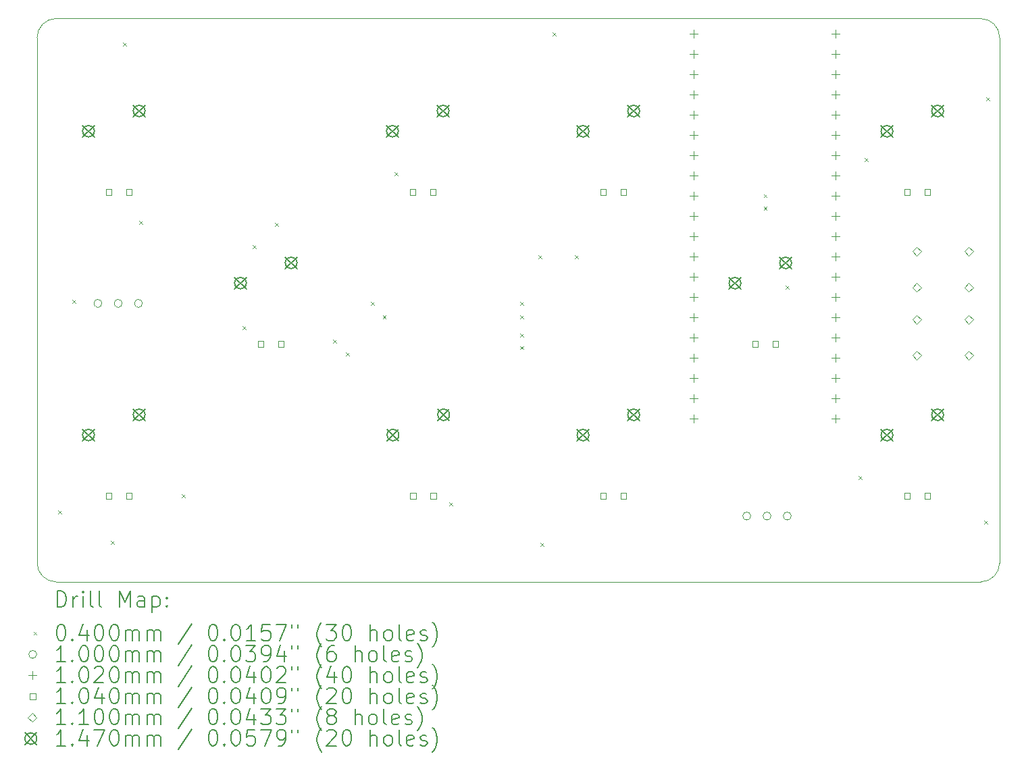
<source format=gbr>
%TF.GenerationSoftware,KiCad,Pcbnew,(6.0.8)*%
%TF.CreationDate,2022-10-26T23:54:40-06:00*%
%TF.ProjectId,pcb,7063622e-6b69-4636-9164-5f7063625858,rev?*%
%TF.SameCoordinates,Original*%
%TF.FileFunction,Drillmap*%
%TF.FilePolarity,Positive*%
%FSLAX45Y45*%
G04 Gerber Fmt 4.5, Leading zero omitted, Abs format (unit mm)*
G04 Created by KiCad (PCBNEW (6.0.8)) date 2022-10-26 23:54:40*
%MOMM*%
%LPD*%
G01*
G04 APERTURE LIST*
%ADD10C,0.100000*%
%ADD11C,0.200000*%
%ADD12C,0.040000*%
%ADD13C,0.102000*%
%ADD14C,0.104000*%
%ADD15C,0.110000*%
%ADD16C,0.147000*%
G04 APERTURE END LIST*
D10*
X8413750Y-5953125D02*
X20002500Y-5953125D01*
X8175625Y-12779375D02*
X8175625Y-6191250D01*
X8413750Y-5953125D02*
G75*
G03*
X8175625Y-6191250I0J-238125D01*
G01*
X20240625Y-6191250D02*
G75*
G03*
X20002500Y-5953125I-238125J0D01*
G01*
X20002500Y-13017500D02*
X8413750Y-13017500D01*
X8175620Y-12779375D02*
G75*
G03*
X8413750Y-13017500I238130J5D01*
G01*
X20240625Y-6191250D02*
X20240625Y-12779375D01*
X20002500Y-13017495D02*
G75*
G03*
X20240625Y-12779375I0J238125D01*
G01*
D11*
D12*
X8438200Y-12121200D02*
X8478200Y-12161200D01*
X8478200Y-12121200D02*
X8438200Y-12161200D01*
X8616000Y-9479600D02*
X8656000Y-9519600D01*
X8656000Y-9479600D02*
X8616000Y-9519600D01*
X9098600Y-12502200D02*
X9138600Y-12542200D01*
X9138600Y-12502200D02*
X9098600Y-12542200D01*
X9251000Y-6253800D02*
X9291000Y-6293800D01*
X9291000Y-6253800D02*
X9251000Y-6293800D01*
X9454200Y-8489000D02*
X9494200Y-8529000D01*
X9494200Y-8489000D02*
X9454200Y-8529000D01*
X9987600Y-11918000D02*
X10027600Y-11958000D01*
X10027600Y-11918000D02*
X9987600Y-11958000D01*
X10749600Y-9809800D02*
X10789600Y-9849800D01*
X10789600Y-9809800D02*
X10749600Y-9849800D01*
X10876600Y-8793800D02*
X10916600Y-8833800D01*
X10916600Y-8793800D02*
X10876600Y-8833800D01*
X11156000Y-8514400D02*
X11196000Y-8554400D01*
X11196000Y-8514400D02*
X11156000Y-8554400D01*
X11886250Y-9981250D02*
X11926250Y-10021250D01*
X11926250Y-9981250D02*
X11886250Y-10021250D01*
X12045000Y-10140000D02*
X12085000Y-10180000D01*
X12085000Y-10140000D02*
X12045000Y-10180000D01*
X12362500Y-9505000D02*
X12402500Y-9545000D01*
X12402500Y-9505000D02*
X12362500Y-9545000D01*
X12508700Y-9676300D02*
X12548700Y-9716300D01*
X12548700Y-9676300D02*
X12508700Y-9716300D01*
X12654600Y-7879400D02*
X12694600Y-7919400D01*
X12694600Y-7879400D02*
X12654600Y-7919400D01*
X13340400Y-12019600D02*
X13380400Y-12059600D01*
X13380400Y-12019600D02*
X13340400Y-12059600D01*
X14229400Y-9505000D02*
X14269400Y-9545000D01*
X14269400Y-9505000D02*
X14229400Y-9545000D01*
X14229400Y-9676300D02*
X14269400Y-9716300D01*
X14269400Y-9676300D02*
X14229400Y-9716300D01*
X14229400Y-9901875D02*
X14269400Y-9941875D01*
X14269400Y-9901875D02*
X14229400Y-9941875D01*
X14229400Y-10060625D02*
X14269400Y-10100625D01*
X14269400Y-10060625D02*
X14229400Y-10100625D01*
X14458000Y-8920800D02*
X14498000Y-8960800D01*
X14498000Y-8920800D02*
X14458000Y-8960800D01*
X14483400Y-12527600D02*
X14523400Y-12567600D01*
X14523400Y-12527600D02*
X14483400Y-12567600D01*
X14635800Y-6126800D02*
X14675800Y-6166800D01*
X14675800Y-6126800D02*
X14635800Y-6166800D01*
X14915200Y-8920800D02*
X14955200Y-8960800D01*
X14955200Y-8920800D02*
X14915200Y-8960800D01*
X17283750Y-8155625D02*
X17323750Y-8195625D01*
X17323750Y-8155625D02*
X17283750Y-8195625D01*
X17283750Y-8314375D02*
X17323750Y-8354375D01*
X17323750Y-8314375D02*
X17283750Y-8354375D01*
X17561300Y-9301800D02*
X17601300Y-9341800D01*
X17601300Y-9301800D02*
X17561300Y-9341800D01*
X18471200Y-11689400D02*
X18511200Y-11729400D01*
X18511200Y-11689400D02*
X18471200Y-11729400D01*
X18547400Y-7701600D02*
X18587400Y-7741600D01*
X18587400Y-7701600D02*
X18547400Y-7741600D01*
X20046000Y-12248200D02*
X20086000Y-12288200D01*
X20086000Y-12248200D02*
X20046000Y-12288200D01*
X20071400Y-6939600D02*
X20111400Y-6979600D01*
X20111400Y-6939600D02*
X20071400Y-6979600D01*
D10*
X8987625Y-9525000D02*
G75*
G03*
X8987625Y-9525000I-50000J0D01*
G01*
X9241625Y-9525000D02*
G75*
G03*
X9241625Y-9525000I-50000J0D01*
G01*
X9495625Y-9525000D02*
G75*
G03*
X9495625Y-9525000I-50000J0D01*
G01*
X17120300Y-12192000D02*
G75*
G03*
X17120300Y-12192000I-50000J0D01*
G01*
X17374300Y-12192000D02*
G75*
G03*
X17374300Y-12192000I-50000J0D01*
G01*
X17628300Y-12192000D02*
G75*
G03*
X17628300Y-12192000I-50000J0D01*
G01*
D13*
X16407775Y-6089300D02*
X16407775Y-6191300D01*
X16356775Y-6140300D02*
X16458775Y-6140300D01*
X16407775Y-6343300D02*
X16407775Y-6445300D01*
X16356775Y-6394300D02*
X16458775Y-6394300D01*
X16407775Y-6597300D02*
X16407775Y-6699300D01*
X16356775Y-6648300D02*
X16458775Y-6648300D01*
X16407775Y-6851300D02*
X16407775Y-6953300D01*
X16356775Y-6902300D02*
X16458775Y-6902300D01*
X16407775Y-7105300D02*
X16407775Y-7207300D01*
X16356775Y-7156300D02*
X16458775Y-7156300D01*
X16407775Y-7359300D02*
X16407775Y-7461300D01*
X16356775Y-7410300D02*
X16458775Y-7410300D01*
X16407775Y-7613300D02*
X16407775Y-7715300D01*
X16356775Y-7664300D02*
X16458775Y-7664300D01*
X16407775Y-7867300D02*
X16407775Y-7969300D01*
X16356775Y-7918300D02*
X16458775Y-7918300D01*
X16407775Y-8121300D02*
X16407775Y-8223300D01*
X16356775Y-8172300D02*
X16458775Y-8172300D01*
X16407775Y-8375300D02*
X16407775Y-8477300D01*
X16356775Y-8426300D02*
X16458775Y-8426300D01*
X16407775Y-8629300D02*
X16407775Y-8731300D01*
X16356775Y-8680300D02*
X16458775Y-8680300D01*
X16407775Y-8883300D02*
X16407775Y-8985300D01*
X16356775Y-8934300D02*
X16458775Y-8934300D01*
X16407775Y-9137300D02*
X16407775Y-9239300D01*
X16356775Y-9188300D02*
X16458775Y-9188300D01*
X16407775Y-9391300D02*
X16407775Y-9493300D01*
X16356775Y-9442300D02*
X16458775Y-9442300D01*
X16407775Y-9645300D02*
X16407775Y-9747300D01*
X16356775Y-9696300D02*
X16458775Y-9696300D01*
X16407775Y-9899300D02*
X16407775Y-10001300D01*
X16356775Y-9950300D02*
X16458775Y-9950300D01*
X16407775Y-10153300D02*
X16407775Y-10255300D01*
X16356775Y-10204300D02*
X16458775Y-10204300D01*
X16407775Y-10407300D02*
X16407775Y-10509300D01*
X16356775Y-10458300D02*
X16458775Y-10458300D01*
X16407775Y-10661300D02*
X16407775Y-10763300D01*
X16356775Y-10712300D02*
X16458775Y-10712300D01*
X16407775Y-10915300D02*
X16407775Y-11017300D01*
X16356775Y-10966300D02*
X16458775Y-10966300D01*
X18185775Y-6089300D02*
X18185775Y-6191300D01*
X18134775Y-6140300D02*
X18236775Y-6140300D01*
X18185775Y-6343300D02*
X18185775Y-6445300D01*
X18134775Y-6394300D02*
X18236775Y-6394300D01*
X18185775Y-6597300D02*
X18185775Y-6699300D01*
X18134775Y-6648300D02*
X18236775Y-6648300D01*
X18185775Y-6851300D02*
X18185775Y-6953300D01*
X18134775Y-6902300D02*
X18236775Y-6902300D01*
X18185775Y-7105300D02*
X18185775Y-7207300D01*
X18134775Y-7156300D02*
X18236775Y-7156300D01*
X18185775Y-7359300D02*
X18185775Y-7461300D01*
X18134775Y-7410300D02*
X18236775Y-7410300D01*
X18185775Y-7613300D02*
X18185775Y-7715300D01*
X18134775Y-7664300D02*
X18236775Y-7664300D01*
X18185775Y-7867300D02*
X18185775Y-7969300D01*
X18134775Y-7918300D02*
X18236775Y-7918300D01*
X18185775Y-8121300D02*
X18185775Y-8223300D01*
X18134775Y-8172300D02*
X18236775Y-8172300D01*
X18185775Y-8375300D02*
X18185775Y-8477300D01*
X18134775Y-8426300D02*
X18236775Y-8426300D01*
X18185775Y-8629300D02*
X18185775Y-8731300D01*
X18134775Y-8680300D02*
X18236775Y-8680300D01*
X18185775Y-8883300D02*
X18185775Y-8985300D01*
X18134775Y-8934300D02*
X18236775Y-8934300D01*
X18185775Y-9137300D02*
X18185775Y-9239300D01*
X18134775Y-9188300D02*
X18236775Y-9188300D01*
X18185775Y-9391300D02*
X18185775Y-9493300D01*
X18134775Y-9442300D02*
X18236775Y-9442300D01*
X18185775Y-9645300D02*
X18185775Y-9747300D01*
X18134775Y-9696300D02*
X18236775Y-9696300D01*
X18185775Y-9899300D02*
X18185775Y-10001300D01*
X18134775Y-9950300D02*
X18236775Y-9950300D01*
X18185775Y-10153300D02*
X18185775Y-10255300D01*
X18134775Y-10204300D02*
X18236775Y-10204300D01*
X18185775Y-10407300D02*
X18185775Y-10509300D01*
X18134775Y-10458300D02*
X18236775Y-10458300D01*
X18185775Y-10661300D02*
X18185775Y-10763300D01*
X18134775Y-10712300D02*
X18236775Y-10712300D01*
X18185775Y-10915300D02*
X18185775Y-11017300D01*
X18134775Y-10966300D02*
X18236775Y-10966300D01*
D14*
X9110295Y-8164770D02*
X9110295Y-8091230D01*
X9036755Y-8091230D01*
X9036755Y-8164770D01*
X9110295Y-8164770D01*
X9110295Y-11974770D02*
X9110295Y-11901230D01*
X9036755Y-11901230D01*
X9036755Y-11974770D01*
X9110295Y-11974770D01*
X9364295Y-8164770D02*
X9364295Y-8091230D01*
X9290755Y-8091230D01*
X9290755Y-8164770D01*
X9364295Y-8164770D01*
X9364295Y-11974770D02*
X9364295Y-11901230D01*
X9290755Y-11901230D01*
X9290755Y-11974770D01*
X9364295Y-11974770D01*
X11015295Y-10069770D02*
X11015295Y-9996230D01*
X10941755Y-9996230D01*
X10941755Y-10069770D01*
X11015295Y-10069770D01*
X11269295Y-10069770D02*
X11269295Y-9996230D01*
X11195755Y-9996230D01*
X11195755Y-10069770D01*
X11269295Y-10069770D01*
X12920295Y-8164770D02*
X12920295Y-8091230D01*
X12846755Y-8091230D01*
X12846755Y-8164770D01*
X12920295Y-8164770D01*
X12927270Y-11974770D02*
X12927270Y-11901230D01*
X12853730Y-11901230D01*
X12853730Y-11974770D01*
X12927270Y-11974770D01*
X13174295Y-8164770D02*
X13174295Y-8091230D01*
X13100755Y-8091230D01*
X13100755Y-8164770D01*
X13174295Y-8164770D01*
X13181270Y-11974770D02*
X13181270Y-11901230D01*
X13107730Y-11901230D01*
X13107730Y-11974770D01*
X13181270Y-11974770D01*
X15308520Y-8164770D02*
X15308520Y-8091230D01*
X15234980Y-8091230D01*
X15234980Y-8164770D01*
X15308520Y-8164770D01*
X15308520Y-11974770D02*
X15308520Y-11901230D01*
X15234980Y-11901230D01*
X15234980Y-11974770D01*
X15308520Y-11974770D01*
X15562520Y-8164770D02*
X15562520Y-8091230D01*
X15488980Y-8091230D01*
X15488980Y-8164770D01*
X15562520Y-8164770D01*
X15562520Y-11974770D02*
X15562520Y-11901230D01*
X15488980Y-11901230D01*
X15488980Y-11974770D01*
X15562520Y-11974770D01*
X17213520Y-10069770D02*
X17213520Y-9996230D01*
X17139980Y-9996230D01*
X17139980Y-10069770D01*
X17213520Y-10069770D01*
X17467520Y-10069770D02*
X17467520Y-9996230D01*
X17393980Y-9996230D01*
X17393980Y-10069770D01*
X17467520Y-10069770D01*
X19118520Y-8164770D02*
X19118520Y-8091230D01*
X19044980Y-8091230D01*
X19044980Y-8164770D01*
X19118520Y-8164770D01*
X19118520Y-11974770D02*
X19118520Y-11901230D01*
X19044980Y-11901230D01*
X19044980Y-11974770D01*
X19118520Y-11974770D01*
X19372520Y-8164770D02*
X19372520Y-8091230D01*
X19298980Y-8091230D01*
X19298980Y-8164770D01*
X19372520Y-8164770D01*
X19372520Y-11974770D02*
X19372520Y-11901230D01*
X19298980Y-11901230D01*
X19298980Y-11974770D01*
X19372520Y-11974770D01*
D15*
X19202400Y-8928200D02*
X19257400Y-8873200D01*
X19202400Y-8818200D01*
X19147400Y-8873200D01*
X19202400Y-8928200D01*
X19202400Y-9378200D02*
X19257400Y-9323200D01*
X19202400Y-9268200D01*
X19147400Y-9323200D01*
X19202400Y-9378200D01*
X19202400Y-9783200D02*
X19257400Y-9728200D01*
X19202400Y-9673200D01*
X19147400Y-9728200D01*
X19202400Y-9783200D01*
X19202400Y-10233200D02*
X19257400Y-10178200D01*
X19202400Y-10123200D01*
X19147400Y-10178200D01*
X19202400Y-10233200D01*
X19852400Y-8928200D02*
X19907400Y-8873200D01*
X19852400Y-8818200D01*
X19797400Y-8873200D01*
X19852400Y-8928200D01*
X19852400Y-9378200D02*
X19907400Y-9323200D01*
X19852400Y-9268200D01*
X19797400Y-9323200D01*
X19852400Y-9378200D01*
X19852400Y-9783200D02*
X19907400Y-9728200D01*
X19852400Y-9673200D01*
X19797400Y-9728200D01*
X19852400Y-9783200D01*
X19852400Y-10233200D02*
X19907400Y-10178200D01*
X19852400Y-10123200D01*
X19797400Y-10178200D01*
X19852400Y-10233200D01*
D16*
X8746025Y-7292500D02*
X8893025Y-7439500D01*
X8893025Y-7292500D02*
X8746025Y-7439500D01*
X8893025Y-7366000D02*
G75*
G03*
X8893025Y-7366000I-73500J0D01*
G01*
X8746025Y-11102500D02*
X8893025Y-11249500D01*
X8893025Y-11102500D02*
X8746025Y-11249500D01*
X8893025Y-11176000D02*
G75*
G03*
X8893025Y-11176000I-73500J0D01*
G01*
X9381025Y-7038500D02*
X9528025Y-7185500D01*
X9528025Y-7038500D02*
X9381025Y-7185500D01*
X9528025Y-7112000D02*
G75*
G03*
X9528025Y-7112000I-73500J0D01*
G01*
X9381025Y-10848500D02*
X9528025Y-10995500D01*
X9528025Y-10848500D02*
X9381025Y-10995500D01*
X9528025Y-10922000D02*
G75*
G03*
X9528025Y-10922000I-73500J0D01*
G01*
X10651025Y-9197500D02*
X10798025Y-9344500D01*
X10798025Y-9197500D02*
X10651025Y-9344500D01*
X10798025Y-9271000D02*
G75*
G03*
X10798025Y-9271000I-73500J0D01*
G01*
X11286025Y-8943500D02*
X11433025Y-9090500D01*
X11433025Y-8943500D02*
X11286025Y-9090500D01*
X11433025Y-9017000D02*
G75*
G03*
X11433025Y-9017000I-73500J0D01*
G01*
X12556025Y-7292500D02*
X12703025Y-7439500D01*
X12703025Y-7292500D02*
X12556025Y-7439500D01*
X12703025Y-7366000D02*
G75*
G03*
X12703025Y-7366000I-73500J0D01*
G01*
X12563000Y-11102500D02*
X12710000Y-11249500D01*
X12710000Y-11102500D02*
X12563000Y-11249500D01*
X12710000Y-11176000D02*
G75*
G03*
X12710000Y-11176000I-73500J0D01*
G01*
X13191025Y-7038500D02*
X13338025Y-7185500D01*
X13338025Y-7038500D02*
X13191025Y-7185500D01*
X13338025Y-7112000D02*
G75*
G03*
X13338025Y-7112000I-73500J0D01*
G01*
X13198000Y-10848500D02*
X13345000Y-10995500D01*
X13345000Y-10848500D02*
X13198000Y-10995500D01*
X13345000Y-10922000D02*
G75*
G03*
X13345000Y-10922000I-73500J0D01*
G01*
X14944250Y-7292500D02*
X15091250Y-7439500D01*
X15091250Y-7292500D02*
X14944250Y-7439500D01*
X15091250Y-7366000D02*
G75*
G03*
X15091250Y-7366000I-73500J0D01*
G01*
X14944250Y-11102500D02*
X15091250Y-11249500D01*
X15091250Y-11102500D02*
X14944250Y-11249500D01*
X15091250Y-11176000D02*
G75*
G03*
X15091250Y-11176000I-73500J0D01*
G01*
X15579250Y-7038500D02*
X15726250Y-7185500D01*
X15726250Y-7038500D02*
X15579250Y-7185500D01*
X15726250Y-7112000D02*
G75*
G03*
X15726250Y-7112000I-73500J0D01*
G01*
X15579250Y-10848500D02*
X15726250Y-10995500D01*
X15726250Y-10848500D02*
X15579250Y-10995500D01*
X15726250Y-10922000D02*
G75*
G03*
X15726250Y-10922000I-73500J0D01*
G01*
X16849250Y-9197500D02*
X16996250Y-9344500D01*
X16996250Y-9197500D02*
X16849250Y-9344500D01*
X16996250Y-9271000D02*
G75*
G03*
X16996250Y-9271000I-73500J0D01*
G01*
X17484250Y-8943500D02*
X17631250Y-9090500D01*
X17631250Y-8943500D02*
X17484250Y-9090500D01*
X17631250Y-9017000D02*
G75*
G03*
X17631250Y-9017000I-73500J0D01*
G01*
X18754250Y-7292500D02*
X18901250Y-7439500D01*
X18901250Y-7292500D02*
X18754250Y-7439500D01*
X18901250Y-7366000D02*
G75*
G03*
X18901250Y-7366000I-73500J0D01*
G01*
X18754250Y-11102500D02*
X18901250Y-11249500D01*
X18901250Y-11102500D02*
X18754250Y-11249500D01*
X18901250Y-11176000D02*
G75*
G03*
X18901250Y-11176000I-73500J0D01*
G01*
X19389250Y-7038500D02*
X19536250Y-7185500D01*
X19536250Y-7038500D02*
X19389250Y-7185500D01*
X19536250Y-7112000D02*
G75*
G03*
X19536250Y-7112000I-73500J0D01*
G01*
X19389250Y-10848500D02*
X19536250Y-10995500D01*
X19536250Y-10848500D02*
X19389250Y-10995500D01*
X19536250Y-10922000D02*
G75*
G03*
X19536250Y-10922000I-73500J0D01*
G01*
D11*
X8428244Y-13332976D02*
X8428244Y-13132976D01*
X8475863Y-13132976D01*
X8504435Y-13142500D01*
X8523482Y-13161548D01*
X8533006Y-13180595D01*
X8542530Y-13218690D01*
X8542530Y-13247262D01*
X8533006Y-13285357D01*
X8523482Y-13304405D01*
X8504435Y-13323452D01*
X8475863Y-13332976D01*
X8428244Y-13332976D01*
X8628244Y-13332976D02*
X8628244Y-13199643D01*
X8628244Y-13237738D02*
X8637768Y-13218690D01*
X8647292Y-13209167D01*
X8666339Y-13199643D01*
X8685387Y-13199643D01*
X8752054Y-13332976D02*
X8752054Y-13199643D01*
X8752054Y-13132976D02*
X8742530Y-13142500D01*
X8752054Y-13152024D01*
X8761577Y-13142500D01*
X8752054Y-13132976D01*
X8752054Y-13152024D01*
X8875863Y-13332976D02*
X8856815Y-13323452D01*
X8847292Y-13304405D01*
X8847292Y-13132976D01*
X8980625Y-13332976D02*
X8961577Y-13323452D01*
X8952054Y-13304405D01*
X8952054Y-13132976D01*
X9209196Y-13332976D02*
X9209196Y-13132976D01*
X9275863Y-13275833D01*
X9342530Y-13132976D01*
X9342530Y-13332976D01*
X9523482Y-13332976D02*
X9523482Y-13228214D01*
X9513958Y-13209167D01*
X9494911Y-13199643D01*
X9456815Y-13199643D01*
X9437768Y-13209167D01*
X9523482Y-13323452D02*
X9504435Y-13332976D01*
X9456815Y-13332976D01*
X9437768Y-13323452D01*
X9428244Y-13304405D01*
X9428244Y-13285357D01*
X9437768Y-13266309D01*
X9456815Y-13256786D01*
X9504435Y-13256786D01*
X9523482Y-13247262D01*
X9618720Y-13199643D02*
X9618720Y-13399643D01*
X9618720Y-13209167D02*
X9637768Y-13199643D01*
X9675863Y-13199643D01*
X9694911Y-13209167D01*
X9704435Y-13218690D01*
X9713958Y-13237738D01*
X9713958Y-13294881D01*
X9704435Y-13313928D01*
X9694911Y-13323452D01*
X9675863Y-13332976D01*
X9637768Y-13332976D01*
X9618720Y-13323452D01*
X9799673Y-13313928D02*
X9809196Y-13323452D01*
X9799673Y-13332976D01*
X9790149Y-13323452D01*
X9799673Y-13313928D01*
X9799673Y-13332976D01*
X9799673Y-13209167D02*
X9809196Y-13218690D01*
X9799673Y-13228214D01*
X9790149Y-13218690D01*
X9799673Y-13209167D01*
X9799673Y-13228214D01*
D12*
X8130625Y-13642500D02*
X8170625Y-13682500D01*
X8170625Y-13642500D02*
X8130625Y-13682500D01*
D11*
X8466339Y-13552976D02*
X8485387Y-13552976D01*
X8504435Y-13562500D01*
X8513958Y-13572024D01*
X8523482Y-13591071D01*
X8533006Y-13629167D01*
X8533006Y-13676786D01*
X8523482Y-13714881D01*
X8513958Y-13733928D01*
X8504435Y-13743452D01*
X8485387Y-13752976D01*
X8466339Y-13752976D01*
X8447292Y-13743452D01*
X8437768Y-13733928D01*
X8428244Y-13714881D01*
X8418720Y-13676786D01*
X8418720Y-13629167D01*
X8428244Y-13591071D01*
X8437768Y-13572024D01*
X8447292Y-13562500D01*
X8466339Y-13552976D01*
X8618720Y-13733928D02*
X8628244Y-13743452D01*
X8618720Y-13752976D01*
X8609196Y-13743452D01*
X8618720Y-13733928D01*
X8618720Y-13752976D01*
X8799673Y-13619643D02*
X8799673Y-13752976D01*
X8752054Y-13543452D02*
X8704435Y-13686309D01*
X8828244Y-13686309D01*
X8942530Y-13552976D02*
X8961577Y-13552976D01*
X8980625Y-13562500D01*
X8990149Y-13572024D01*
X8999673Y-13591071D01*
X9009196Y-13629167D01*
X9009196Y-13676786D01*
X8999673Y-13714881D01*
X8990149Y-13733928D01*
X8980625Y-13743452D01*
X8961577Y-13752976D01*
X8942530Y-13752976D01*
X8923482Y-13743452D01*
X8913958Y-13733928D01*
X8904435Y-13714881D01*
X8894911Y-13676786D01*
X8894911Y-13629167D01*
X8904435Y-13591071D01*
X8913958Y-13572024D01*
X8923482Y-13562500D01*
X8942530Y-13552976D01*
X9133006Y-13552976D02*
X9152054Y-13552976D01*
X9171101Y-13562500D01*
X9180625Y-13572024D01*
X9190149Y-13591071D01*
X9199673Y-13629167D01*
X9199673Y-13676786D01*
X9190149Y-13714881D01*
X9180625Y-13733928D01*
X9171101Y-13743452D01*
X9152054Y-13752976D01*
X9133006Y-13752976D01*
X9113958Y-13743452D01*
X9104435Y-13733928D01*
X9094911Y-13714881D01*
X9085387Y-13676786D01*
X9085387Y-13629167D01*
X9094911Y-13591071D01*
X9104435Y-13572024D01*
X9113958Y-13562500D01*
X9133006Y-13552976D01*
X9285387Y-13752976D02*
X9285387Y-13619643D01*
X9285387Y-13638690D02*
X9294911Y-13629167D01*
X9313958Y-13619643D01*
X9342530Y-13619643D01*
X9361577Y-13629167D01*
X9371101Y-13648214D01*
X9371101Y-13752976D01*
X9371101Y-13648214D02*
X9380625Y-13629167D01*
X9399673Y-13619643D01*
X9428244Y-13619643D01*
X9447292Y-13629167D01*
X9456815Y-13648214D01*
X9456815Y-13752976D01*
X9552054Y-13752976D02*
X9552054Y-13619643D01*
X9552054Y-13638690D02*
X9561577Y-13629167D01*
X9580625Y-13619643D01*
X9609196Y-13619643D01*
X9628244Y-13629167D01*
X9637768Y-13648214D01*
X9637768Y-13752976D01*
X9637768Y-13648214D02*
X9647292Y-13629167D01*
X9666339Y-13619643D01*
X9694911Y-13619643D01*
X9713958Y-13629167D01*
X9723482Y-13648214D01*
X9723482Y-13752976D01*
X10113958Y-13543452D02*
X9942530Y-13800595D01*
X10371101Y-13552976D02*
X10390149Y-13552976D01*
X10409196Y-13562500D01*
X10418720Y-13572024D01*
X10428244Y-13591071D01*
X10437768Y-13629167D01*
X10437768Y-13676786D01*
X10428244Y-13714881D01*
X10418720Y-13733928D01*
X10409196Y-13743452D01*
X10390149Y-13752976D01*
X10371101Y-13752976D01*
X10352054Y-13743452D01*
X10342530Y-13733928D01*
X10333006Y-13714881D01*
X10323482Y-13676786D01*
X10323482Y-13629167D01*
X10333006Y-13591071D01*
X10342530Y-13572024D01*
X10352054Y-13562500D01*
X10371101Y-13552976D01*
X10523482Y-13733928D02*
X10533006Y-13743452D01*
X10523482Y-13752976D01*
X10513958Y-13743452D01*
X10523482Y-13733928D01*
X10523482Y-13752976D01*
X10656815Y-13552976D02*
X10675863Y-13552976D01*
X10694911Y-13562500D01*
X10704435Y-13572024D01*
X10713958Y-13591071D01*
X10723482Y-13629167D01*
X10723482Y-13676786D01*
X10713958Y-13714881D01*
X10704435Y-13733928D01*
X10694911Y-13743452D01*
X10675863Y-13752976D01*
X10656815Y-13752976D01*
X10637768Y-13743452D01*
X10628244Y-13733928D01*
X10618720Y-13714881D01*
X10609196Y-13676786D01*
X10609196Y-13629167D01*
X10618720Y-13591071D01*
X10628244Y-13572024D01*
X10637768Y-13562500D01*
X10656815Y-13552976D01*
X10913958Y-13752976D02*
X10799673Y-13752976D01*
X10856815Y-13752976D02*
X10856815Y-13552976D01*
X10837768Y-13581548D01*
X10818720Y-13600595D01*
X10799673Y-13610119D01*
X11094911Y-13552976D02*
X10999673Y-13552976D01*
X10990149Y-13648214D01*
X10999673Y-13638690D01*
X11018720Y-13629167D01*
X11066339Y-13629167D01*
X11085387Y-13638690D01*
X11094911Y-13648214D01*
X11104435Y-13667262D01*
X11104435Y-13714881D01*
X11094911Y-13733928D01*
X11085387Y-13743452D01*
X11066339Y-13752976D01*
X11018720Y-13752976D01*
X10999673Y-13743452D01*
X10990149Y-13733928D01*
X11171101Y-13552976D02*
X11304434Y-13552976D01*
X11218720Y-13752976D01*
X11371101Y-13552976D02*
X11371101Y-13591071D01*
X11447292Y-13552976D02*
X11447292Y-13591071D01*
X11742530Y-13829167D02*
X11733006Y-13819643D01*
X11713958Y-13791071D01*
X11704434Y-13772024D01*
X11694911Y-13743452D01*
X11685387Y-13695833D01*
X11685387Y-13657738D01*
X11694911Y-13610119D01*
X11704434Y-13581548D01*
X11713958Y-13562500D01*
X11733006Y-13533928D01*
X11742530Y-13524405D01*
X11799673Y-13552976D02*
X11923482Y-13552976D01*
X11856815Y-13629167D01*
X11885387Y-13629167D01*
X11904434Y-13638690D01*
X11913958Y-13648214D01*
X11923482Y-13667262D01*
X11923482Y-13714881D01*
X11913958Y-13733928D01*
X11904434Y-13743452D01*
X11885387Y-13752976D01*
X11828244Y-13752976D01*
X11809196Y-13743452D01*
X11799673Y-13733928D01*
X12047292Y-13552976D02*
X12066339Y-13552976D01*
X12085387Y-13562500D01*
X12094911Y-13572024D01*
X12104434Y-13591071D01*
X12113958Y-13629167D01*
X12113958Y-13676786D01*
X12104434Y-13714881D01*
X12094911Y-13733928D01*
X12085387Y-13743452D01*
X12066339Y-13752976D01*
X12047292Y-13752976D01*
X12028244Y-13743452D01*
X12018720Y-13733928D01*
X12009196Y-13714881D01*
X11999673Y-13676786D01*
X11999673Y-13629167D01*
X12009196Y-13591071D01*
X12018720Y-13572024D01*
X12028244Y-13562500D01*
X12047292Y-13552976D01*
X12352053Y-13752976D02*
X12352053Y-13552976D01*
X12437768Y-13752976D02*
X12437768Y-13648214D01*
X12428244Y-13629167D01*
X12409196Y-13619643D01*
X12380625Y-13619643D01*
X12361577Y-13629167D01*
X12352053Y-13638690D01*
X12561577Y-13752976D02*
X12542530Y-13743452D01*
X12533006Y-13733928D01*
X12523482Y-13714881D01*
X12523482Y-13657738D01*
X12533006Y-13638690D01*
X12542530Y-13629167D01*
X12561577Y-13619643D01*
X12590149Y-13619643D01*
X12609196Y-13629167D01*
X12618720Y-13638690D01*
X12628244Y-13657738D01*
X12628244Y-13714881D01*
X12618720Y-13733928D01*
X12609196Y-13743452D01*
X12590149Y-13752976D01*
X12561577Y-13752976D01*
X12742530Y-13752976D02*
X12723482Y-13743452D01*
X12713958Y-13724405D01*
X12713958Y-13552976D01*
X12894911Y-13743452D02*
X12875863Y-13752976D01*
X12837768Y-13752976D01*
X12818720Y-13743452D01*
X12809196Y-13724405D01*
X12809196Y-13648214D01*
X12818720Y-13629167D01*
X12837768Y-13619643D01*
X12875863Y-13619643D01*
X12894911Y-13629167D01*
X12904434Y-13648214D01*
X12904434Y-13667262D01*
X12809196Y-13686309D01*
X12980625Y-13743452D02*
X12999673Y-13752976D01*
X13037768Y-13752976D01*
X13056815Y-13743452D01*
X13066339Y-13724405D01*
X13066339Y-13714881D01*
X13056815Y-13695833D01*
X13037768Y-13686309D01*
X13009196Y-13686309D01*
X12990149Y-13676786D01*
X12980625Y-13657738D01*
X12980625Y-13648214D01*
X12990149Y-13629167D01*
X13009196Y-13619643D01*
X13037768Y-13619643D01*
X13056815Y-13629167D01*
X13133006Y-13829167D02*
X13142530Y-13819643D01*
X13161577Y-13791071D01*
X13171101Y-13772024D01*
X13180625Y-13743452D01*
X13190149Y-13695833D01*
X13190149Y-13657738D01*
X13180625Y-13610119D01*
X13171101Y-13581548D01*
X13161577Y-13562500D01*
X13142530Y-13533928D01*
X13133006Y-13524405D01*
D10*
X8170625Y-13926500D02*
G75*
G03*
X8170625Y-13926500I-50000J0D01*
G01*
D11*
X8533006Y-14016976D02*
X8418720Y-14016976D01*
X8475863Y-14016976D02*
X8475863Y-13816976D01*
X8456815Y-13845548D01*
X8437768Y-13864595D01*
X8418720Y-13874119D01*
X8618720Y-13997928D02*
X8628244Y-14007452D01*
X8618720Y-14016976D01*
X8609196Y-14007452D01*
X8618720Y-13997928D01*
X8618720Y-14016976D01*
X8752054Y-13816976D02*
X8771101Y-13816976D01*
X8790149Y-13826500D01*
X8799673Y-13836024D01*
X8809196Y-13855071D01*
X8818720Y-13893167D01*
X8818720Y-13940786D01*
X8809196Y-13978881D01*
X8799673Y-13997928D01*
X8790149Y-14007452D01*
X8771101Y-14016976D01*
X8752054Y-14016976D01*
X8733006Y-14007452D01*
X8723482Y-13997928D01*
X8713958Y-13978881D01*
X8704435Y-13940786D01*
X8704435Y-13893167D01*
X8713958Y-13855071D01*
X8723482Y-13836024D01*
X8733006Y-13826500D01*
X8752054Y-13816976D01*
X8942530Y-13816976D02*
X8961577Y-13816976D01*
X8980625Y-13826500D01*
X8990149Y-13836024D01*
X8999673Y-13855071D01*
X9009196Y-13893167D01*
X9009196Y-13940786D01*
X8999673Y-13978881D01*
X8990149Y-13997928D01*
X8980625Y-14007452D01*
X8961577Y-14016976D01*
X8942530Y-14016976D01*
X8923482Y-14007452D01*
X8913958Y-13997928D01*
X8904435Y-13978881D01*
X8894911Y-13940786D01*
X8894911Y-13893167D01*
X8904435Y-13855071D01*
X8913958Y-13836024D01*
X8923482Y-13826500D01*
X8942530Y-13816976D01*
X9133006Y-13816976D02*
X9152054Y-13816976D01*
X9171101Y-13826500D01*
X9180625Y-13836024D01*
X9190149Y-13855071D01*
X9199673Y-13893167D01*
X9199673Y-13940786D01*
X9190149Y-13978881D01*
X9180625Y-13997928D01*
X9171101Y-14007452D01*
X9152054Y-14016976D01*
X9133006Y-14016976D01*
X9113958Y-14007452D01*
X9104435Y-13997928D01*
X9094911Y-13978881D01*
X9085387Y-13940786D01*
X9085387Y-13893167D01*
X9094911Y-13855071D01*
X9104435Y-13836024D01*
X9113958Y-13826500D01*
X9133006Y-13816976D01*
X9285387Y-14016976D02*
X9285387Y-13883643D01*
X9285387Y-13902690D02*
X9294911Y-13893167D01*
X9313958Y-13883643D01*
X9342530Y-13883643D01*
X9361577Y-13893167D01*
X9371101Y-13912214D01*
X9371101Y-14016976D01*
X9371101Y-13912214D02*
X9380625Y-13893167D01*
X9399673Y-13883643D01*
X9428244Y-13883643D01*
X9447292Y-13893167D01*
X9456815Y-13912214D01*
X9456815Y-14016976D01*
X9552054Y-14016976D02*
X9552054Y-13883643D01*
X9552054Y-13902690D02*
X9561577Y-13893167D01*
X9580625Y-13883643D01*
X9609196Y-13883643D01*
X9628244Y-13893167D01*
X9637768Y-13912214D01*
X9637768Y-14016976D01*
X9637768Y-13912214D02*
X9647292Y-13893167D01*
X9666339Y-13883643D01*
X9694911Y-13883643D01*
X9713958Y-13893167D01*
X9723482Y-13912214D01*
X9723482Y-14016976D01*
X10113958Y-13807452D02*
X9942530Y-14064595D01*
X10371101Y-13816976D02*
X10390149Y-13816976D01*
X10409196Y-13826500D01*
X10418720Y-13836024D01*
X10428244Y-13855071D01*
X10437768Y-13893167D01*
X10437768Y-13940786D01*
X10428244Y-13978881D01*
X10418720Y-13997928D01*
X10409196Y-14007452D01*
X10390149Y-14016976D01*
X10371101Y-14016976D01*
X10352054Y-14007452D01*
X10342530Y-13997928D01*
X10333006Y-13978881D01*
X10323482Y-13940786D01*
X10323482Y-13893167D01*
X10333006Y-13855071D01*
X10342530Y-13836024D01*
X10352054Y-13826500D01*
X10371101Y-13816976D01*
X10523482Y-13997928D02*
X10533006Y-14007452D01*
X10523482Y-14016976D01*
X10513958Y-14007452D01*
X10523482Y-13997928D01*
X10523482Y-14016976D01*
X10656815Y-13816976D02*
X10675863Y-13816976D01*
X10694911Y-13826500D01*
X10704435Y-13836024D01*
X10713958Y-13855071D01*
X10723482Y-13893167D01*
X10723482Y-13940786D01*
X10713958Y-13978881D01*
X10704435Y-13997928D01*
X10694911Y-14007452D01*
X10675863Y-14016976D01*
X10656815Y-14016976D01*
X10637768Y-14007452D01*
X10628244Y-13997928D01*
X10618720Y-13978881D01*
X10609196Y-13940786D01*
X10609196Y-13893167D01*
X10618720Y-13855071D01*
X10628244Y-13836024D01*
X10637768Y-13826500D01*
X10656815Y-13816976D01*
X10790149Y-13816976D02*
X10913958Y-13816976D01*
X10847292Y-13893167D01*
X10875863Y-13893167D01*
X10894911Y-13902690D01*
X10904435Y-13912214D01*
X10913958Y-13931262D01*
X10913958Y-13978881D01*
X10904435Y-13997928D01*
X10894911Y-14007452D01*
X10875863Y-14016976D01*
X10818720Y-14016976D01*
X10799673Y-14007452D01*
X10790149Y-13997928D01*
X11009196Y-14016976D02*
X11047292Y-14016976D01*
X11066339Y-14007452D01*
X11075863Y-13997928D01*
X11094911Y-13969357D01*
X11104435Y-13931262D01*
X11104435Y-13855071D01*
X11094911Y-13836024D01*
X11085387Y-13826500D01*
X11066339Y-13816976D01*
X11028244Y-13816976D01*
X11009196Y-13826500D01*
X10999673Y-13836024D01*
X10990149Y-13855071D01*
X10990149Y-13902690D01*
X10999673Y-13921738D01*
X11009196Y-13931262D01*
X11028244Y-13940786D01*
X11066339Y-13940786D01*
X11085387Y-13931262D01*
X11094911Y-13921738D01*
X11104435Y-13902690D01*
X11275863Y-13883643D02*
X11275863Y-14016976D01*
X11228244Y-13807452D02*
X11180625Y-13950309D01*
X11304434Y-13950309D01*
X11371101Y-13816976D02*
X11371101Y-13855071D01*
X11447292Y-13816976D02*
X11447292Y-13855071D01*
X11742530Y-14093167D02*
X11733006Y-14083643D01*
X11713958Y-14055071D01*
X11704434Y-14036024D01*
X11694911Y-14007452D01*
X11685387Y-13959833D01*
X11685387Y-13921738D01*
X11694911Y-13874119D01*
X11704434Y-13845548D01*
X11713958Y-13826500D01*
X11733006Y-13797928D01*
X11742530Y-13788405D01*
X11904434Y-13816976D02*
X11866339Y-13816976D01*
X11847292Y-13826500D01*
X11837768Y-13836024D01*
X11818720Y-13864595D01*
X11809196Y-13902690D01*
X11809196Y-13978881D01*
X11818720Y-13997928D01*
X11828244Y-14007452D01*
X11847292Y-14016976D01*
X11885387Y-14016976D01*
X11904434Y-14007452D01*
X11913958Y-13997928D01*
X11923482Y-13978881D01*
X11923482Y-13931262D01*
X11913958Y-13912214D01*
X11904434Y-13902690D01*
X11885387Y-13893167D01*
X11847292Y-13893167D01*
X11828244Y-13902690D01*
X11818720Y-13912214D01*
X11809196Y-13931262D01*
X12161577Y-14016976D02*
X12161577Y-13816976D01*
X12247292Y-14016976D02*
X12247292Y-13912214D01*
X12237768Y-13893167D01*
X12218720Y-13883643D01*
X12190149Y-13883643D01*
X12171101Y-13893167D01*
X12161577Y-13902690D01*
X12371101Y-14016976D02*
X12352053Y-14007452D01*
X12342530Y-13997928D01*
X12333006Y-13978881D01*
X12333006Y-13921738D01*
X12342530Y-13902690D01*
X12352053Y-13893167D01*
X12371101Y-13883643D01*
X12399673Y-13883643D01*
X12418720Y-13893167D01*
X12428244Y-13902690D01*
X12437768Y-13921738D01*
X12437768Y-13978881D01*
X12428244Y-13997928D01*
X12418720Y-14007452D01*
X12399673Y-14016976D01*
X12371101Y-14016976D01*
X12552053Y-14016976D02*
X12533006Y-14007452D01*
X12523482Y-13988405D01*
X12523482Y-13816976D01*
X12704434Y-14007452D02*
X12685387Y-14016976D01*
X12647292Y-14016976D01*
X12628244Y-14007452D01*
X12618720Y-13988405D01*
X12618720Y-13912214D01*
X12628244Y-13893167D01*
X12647292Y-13883643D01*
X12685387Y-13883643D01*
X12704434Y-13893167D01*
X12713958Y-13912214D01*
X12713958Y-13931262D01*
X12618720Y-13950309D01*
X12790149Y-14007452D02*
X12809196Y-14016976D01*
X12847292Y-14016976D01*
X12866339Y-14007452D01*
X12875863Y-13988405D01*
X12875863Y-13978881D01*
X12866339Y-13959833D01*
X12847292Y-13950309D01*
X12818720Y-13950309D01*
X12799673Y-13940786D01*
X12790149Y-13921738D01*
X12790149Y-13912214D01*
X12799673Y-13893167D01*
X12818720Y-13883643D01*
X12847292Y-13883643D01*
X12866339Y-13893167D01*
X12942530Y-14093167D02*
X12952053Y-14083643D01*
X12971101Y-14055071D01*
X12980625Y-14036024D01*
X12990149Y-14007452D01*
X12999673Y-13959833D01*
X12999673Y-13921738D01*
X12990149Y-13874119D01*
X12980625Y-13845548D01*
X12971101Y-13826500D01*
X12952053Y-13797928D01*
X12942530Y-13788405D01*
D13*
X8119625Y-14139500D02*
X8119625Y-14241500D01*
X8068625Y-14190500D02*
X8170625Y-14190500D01*
D11*
X8533006Y-14280976D02*
X8418720Y-14280976D01*
X8475863Y-14280976D02*
X8475863Y-14080976D01*
X8456815Y-14109548D01*
X8437768Y-14128595D01*
X8418720Y-14138119D01*
X8618720Y-14261928D02*
X8628244Y-14271452D01*
X8618720Y-14280976D01*
X8609196Y-14271452D01*
X8618720Y-14261928D01*
X8618720Y-14280976D01*
X8752054Y-14080976D02*
X8771101Y-14080976D01*
X8790149Y-14090500D01*
X8799673Y-14100024D01*
X8809196Y-14119071D01*
X8818720Y-14157167D01*
X8818720Y-14204786D01*
X8809196Y-14242881D01*
X8799673Y-14261928D01*
X8790149Y-14271452D01*
X8771101Y-14280976D01*
X8752054Y-14280976D01*
X8733006Y-14271452D01*
X8723482Y-14261928D01*
X8713958Y-14242881D01*
X8704435Y-14204786D01*
X8704435Y-14157167D01*
X8713958Y-14119071D01*
X8723482Y-14100024D01*
X8733006Y-14090500D01*
X8752054Y-14080976D01*
X8894911Y-14100024D02*
X8904435Y-14090500D01*
X8923482Y-14080976D01*
X8971101Y-14080976D01*
X8990149Y-14090500D01*
X8999673Y-14100024D01*
X9009196Y-14119071D01*
X9009196Y-14138119D01*
X8999673Y-14166690D01*
X8885387Y-14280976D01*
X9009196Y-14280976D01*
X9133006Y-14080976D02*
X9152054Y-14080976D01*
X9171101Y-14090500D01*
X9180625Y-14100024D01*
X9190149Y-14119071D01*
X9199673Y-14157167D01*
X9199673Y-14204786D01*
X9190149Y-14242881D01*
X9180625Y-14261928D01*
X9171101Y-14271452D01*
X9152054Y-14280976D01*
X9133006Y-14280976D01*
X9113958Y-14271452D01*
X9104435Y-14261928D01*
X9094911Y-14242881D01*
X9085387Y-14204786D01*
X9085387Y-14157167D01*
X9094911Y-14119071D01*
X9104435Y-14100024D01*
X9113958Y-14090500D01*
X9133006Y-14080976D01*
X9285387Y-14280976D02*
X9285387Y-14147643D01*
X9285387Y-14166690D02*
X9294911Y-14157167D01*
X9313958Y-14147643D01*
X9342530Y-14147643D01*
X9361577Y-14157167D01*
X9371101Y-14176214D01*
X9371101Y-14280976D01*
X9371101Y-14176214D02*
X9380625Y-14157167D01*
X9399673Y-14147643D01*
X9428244Y-14147643D01*
X9447292Y-14157167D01*
X9456815Y-14176214D01*
X9456815Y-14280976D01*
X9552054Y-14280976D02*
X9552054Y-14147643D01*
X9552054Y-14166690D02*
X9561577Y-14157167D01*
X9580625Y-14147643D01*
X9609196Y-14147643D01*
X9628244Y-14157167D01*
X9637768Y-14176214D01*
X9637768Y-14280976D01*
X9637768Y-14176214D02*
X9647292Y-14157167D01*
X9666339Y-14147643D01*
X9694911Y-14147643D01*
X9713958Y-14157167D01*
X9723482Y-14176214D01*
X9723482Y-14280976D01*
X10113958Y-14071452D02*
X9942530Y-14328595D01*
X10371101Y-14080976D02*
X10390149Y-14080976D01*
X10409196Y-14090500D01*
X10418720Y-14100024D01*
X10428244Y-14119071D01*
X10437768Y-14157167D01*
X10437768Y-14204786D01*
X10428244Y-14242881D01*
X10418720Y-14261928D01*
X10409196Y-14271452D01*
X10390149Y-14280976D01*
X10371101Y-14280976D01*
X10352054Y-14271452D01*
X10342530Y-14261928D01*
X10333006Y-14242881D01*
X10323482Y-14204786D01*
X10323482Y-14157167D01*
X10333006Y-14119071D01*
X10342530Y-14100024D01*
X10352054Y-14090500D01*
X10371101Y-14080976D01*
X10523482Y-14261928D02*
X10533006Y-14271452D01*
X10523482Y-14280976D01*
X10513958Y-14271452D01*
X10523482Y-14261928D01*
X10523482Y-14280976D01*
X10656815Y-14080976D02*
X10675863Y-14080976D01*
X10694911Y-14090500D01*
X10704435Y-14100024D01*
X10713958Y-14119071D01*
X10723482Y-14157167D01*
X10723482Y-14204786D01*
X10713958Y-14242881D01*
X10704435Y-14261928D01*
X10694911Y-14271452D01*
X10675863Y-14280976D01*
X10656815Y-14280976D01*
X10637768Y-14271452D01*
X10628244Y-14261928D01*
X10618720Y-14242881D01*
X10609196Y-14204786D01*
X10609196Y-14157167D01*
X10618720Y-14119071D01*
X10628244Y-14100024D01*
X10637768Y-14090500D01*
X10656815Y-14080976D01*
X10894911Y-14147643D02*
X10894911Y-14280976D01*
X10847292Y-14071452D02*
X10799673Y-14214309D01*
X10923482Y-14214309D01*
X11037768Y-14080976D02*
X11056815Y-14080976D01*
X11075863Y-14090500D01*
X11085387Y-14100024D01*
X11094911Y-14119071D01*
X11104435Y-14157167D01*
X11104435Y-14204786D01*
X11094911Y-14242881D01*
X11085387Y-14261928D01*
X11075863Y-14271452D01*
X11056815Y-14280976D01*
X11037768Y-14280976D01*
X11018720Y-14271452D01*
X11009196Y-14261928D01*
X10999673Y-14242881D01*
X10990149Y-14204786D01*
X10990149Y-14157167D01*
X10999673Y-14119071D01*
X11009196Y-14100024D01*
X11018720Y-14090500D01*
X11037768Y-14080976D01*
X11180625Y-14100024D02*
X11190149Y-14090500D01*
X11209196Y-14080976D01*
X11256815Y-14080976D01*
X11275863Y-14090500D01*
X11285387Y-14100024D01*
X11294911Y-14119071D01*
X11294911Y-14138119D01*
X11285387Y-14166690D01*
X11171101Y-14280976D01*
X11294911Y-14280976D01*
X11371101Y-14080976D02*
X11371101Y-14119071D01*
X11447292Y-14080976D02*
X11447292Y-14119071D01*
X11742530Y-14357167D02*
X11733006Y-14347643D01*
X11713958Y-14319071D01*
X11704434Y-14300024D01*
X11694911Y-14271452D01*
X11685387Y-14223833D01*
X11685387Y-14185738D01*
X11694911Y-14138119D01*
X11704434Y-14109548D01*
X11713958Y-14090500D01*
X11733006Y-14061928D01*
X11742530Y-14052405D01*
X11904434Y-14147643D02*
X11904434Y-14280976D01*
X11856815Y-14071452D02*
X11809196Y-14214309D01*
X11933006Y-14214309D01*
X12047292Y-14080976D02*
X12066339Y-14080976D01*
X12085387Y-14090500D01*
X12094911Y-14100024D01*
X12104434Y-14119071D01*
X12113958Y-14157167D01*
X12113958Y-14204786D01*
X12104434Y-14242881D01*
X12094911Y-14261928D01*
X12085387Y-14271452D01*
X12066339Y-14280976D01*
X12047292Y-14280976D01*
X12028244Y-14271452D01*
X12018720Y-14261928D01*
X12009196Y-14242881D01*
X11999673Y-14204786D01*
X11999673Y-14157167D01*
X12009196Y-14119071D01*
X12018720Y-14100024D01*
X12028244Y-14090500D01*
X12047292Y-14080976D01*
X12352053Y-14280976D02*
X12352053Y-14080976D01*
X12437768Y-14280976D02*
X12437768Y-14176214D01*
X12428244Y-14157167D01*
X12409196Y-14147643D01*
X12380625Y-14147643D01*
X12361577Y-14157167D01*
X12352053Y-14166690D01*
X12561577Y-14280976D02*
X12542530Y-14271452D01*
X12533006Y-14261928D01*
X12523482Y-14242881D01*
X12523482Y-14185738D01*
X12533006Y-14166690D01*
X12542530Y-14157167D01*
X12561577Y-14147643D01*
X12590149Y-14147643D01*
X12609196Y-14157167D01*
X12618720Y-14166690D01*
X12628244Y-14185738D01*
X12628244Y-14242881D01*
X12618720Y-14261928D01*
X12609196Y-14271452D01*
X12590149Y-14280976D01*
X12561577Y-14280976D01*
X12742530Y-14280976D02*
X12723482Y-14271452D01*
X12713958Y-14252405D01*
X12713958Y-14080976D01*
X12894911Y-14271452D02*
X12875863Y-14280976D01*
X12837768Y-14280976D01*
X12818720Y-14271452D01*
X12809196Y-14252405D01*
X12809196Y-14176214D01*
X12818720Y-14157167D01*
X12837768Y-14147643D01*
X12875863Y-14147643D01*
X12894911Y-14157167D01*
X12904434Y-14176214D01*
X12904434Y-14195262D01*
X12809196Y-14214309D01*
X12980625Y-14271452D02*
X12999673Y-14280976D01*
X13037768Y-14280976D01*
X13056815Y-14271452D01*
X13066339Y-14252405D01*
X13066339Y-14242881D01*
X13056815Y-14223833D01*
X13037768Y-14214309D01*
X13009196Y-14214309D01*
X12990149Y-14204786D01*
X12980625Y-14185738D01*
X12980625Y-14176214D01*
X12990149Y-14157167D01*
X13009196Y-14147643D01*
X13037768Y-14147643D01*
X13056815Y-14157167D01*
X13133006Y-14357167D02*
X13142530Y-14347643D01*
X13161577Y-14319071D01*
X13171101Y-14300024D01*
X13180625Y-14271452D01*
X13190149Y-14223833D01*
X13190149Y-14185738D01*
X13180625Y-14138119D01*
X13171101Y-14109548D01*
X13161577Y-14090500D01*
X13142530Y-14061928D01*
X13133006Y-14052405D01*
D14*
X8155395Y-14491270D02*
X8155395Y-14417730D01*
X8081855Y-14417730D01*
X8081855Y-14491270D01*
X8155395Y-14491270D01*
D11*
X8533006Y-14544976D02*
X8418720Y-14544976D01*
X8475863Y-14544976D02*
X8475863Y-14344976D01*
X8456815Y-14373548D01*
X8437768Y-14392595D01*
X8418720Y-14402119D01*
X8618720Y-14525928D02*
X8628244Y-14535452D01*
X8618720Y-14544976D01*
X8609196Y-14535452D01*
X8618720Y-14525928D01*
X8618720Y-14544976D01*
X8752054Y-14344976D02*
X8771101Y-14344976D01*
X8790149Y-14354500D01*
X8799673Y-14364024D01*
X8809196Y-14383071D01*
X8818720Y-14421167D01*
X8818720Y-14468786D01*
X8809196Y-14506881D01*
X8799673Y-14525928D01*
X8790149Y-14535452D01*
X8771101Y-14544976D01*
X8752054Y-14544976D01*
X8733006Y-14535452D01*
X8723482Y-14525928D01*
X8713958Y-14506881D01*
X8704435Y-14468786D01*
X8704435Y-14421167D01*
X8713958Y-14383071D01*
X8723482Y-14364024D01*
X8733006Y-14354500D01*
X8752054Y-14344976D01*
X8990149Y-14411643D02*
X8990149Y-14544976D01*
X8942530Y-14335452D02*
X8894911Y-14478309D01*
X9018720Y-14478309D01*
X9133006Y-14344976D02*
X9152054Y-14344976D01*
X9171101Y-14354500D01*
X9180625Y-14364024D01*
X9190149Y-14383071D01*
X9199673Y-14421167D01*
X9199673Y-14468786D01*
X9190149Y-14506881D01*
X9180625Y-14525928D01*
X9171101Y-14535452D01*
X9152054Y-14544976D01*
X9133006Y-14544976D01*
X9113958Y-14535452D01*
X9104435Y-14525928D01*
X9094911Y-14506881D01*
X9085387Y-14468786D01*
X9085387Y-14421167D01*
X9094911Y-14383071D01*
X9104435Y-14364024D01*
X9113958Y-14354500D01*
X9133006Y-14344976D01*
X9285387Y-14544976D02*
X9285387Y-14411643D01*
X9285387Y-14430690D02*
X9294911Y-14421167D01*
X9313958Y-14411643D01*
X9342530Y-14411643D01*
X9361577Y-14421167D01*
X9371101Y-14440214D01*
X9371101Y-14544976D01*
X9371101Y-14440214D02*
X9380625Y-14421167D01*
X9399673Y-14411643D01*
X9428244Y-14411643D01*
X9447292Y-14421167D01*
X9456815Y-14440214D01*
X9456815Y-14544976D01*
X9552054Y-14544976D02*
X9552054Y-14411643D01*
X9552054Y-14430690D02*
X9561577Y-14421167D01*
X9580625Y-14411643D01*
X9609196Y-14411643D01*
X9628244Y-14421167D01*
X9637768Y-14440214D01*
X9637768Y-14544976D01*
X9637768Y-14440214D02*
X9647292Y-14421167D01*
X9666339Y-14411643D01*
X9694911Y-14411643D01*
X9713958Y-14421167D01*
X9723482Y-14440214D01*
X9723482Y-14544976D01*
X10113958Y-14335452D02*
X9942530Y-14592595D01*
X10371101Y-14344976D02*
X10390149Y-14344976D01*
X10409196Y-14354500D01*
X10418720Y-14364024D01*
X10428244Y-14383071D01*
X10437768Y-14421167D01*
X10437768Y-14468786D01*
X10428244Y-14506881D01*
X10418720Y-14525928D01*
X10409196Y-14535452D01*
X10390149Y-14544976D01*
X10371101Y-14544976D01*
X10352054Y-14535452D01*
X10342530Y-14525928D01*
X10333006Y-14506881D01*
X10323482Y-14468786D01*
X10323482Y-14421167D01*
X10333006Y-14383071D01*
X10342530Y-14364024D01*
X10352054Y-14354500D01*
X10371101Y-14344976D01*
X10523482Y-14525928D02*
X10533006Y-14535452D01*
X10523482Y-14544976D01*
X10513958Y-14535452D01*
X10523482Y-14525928D01*
X10523482Y-14544976D01*
X10656815Y-14344976D02*
X10675863Y-14344976D01*
X10694911Y-14354500D01*
X10704435Y-14364024D01*
X10713958Y-14383071D01*
X10723482Y-14421167D01*
X10723482Y-14468786D01*
X10713958Y-14506881D01*
X10704435Y-14525928D01*
X10694911Y-14535452D01*
X10675863Y-14544976D01*
X10656815Y-14544976D01*
X10637768Y-14535452D01*
X10628244Y-14525928D01*
X10618720Y-14506881D01*
X10609196Y-14468786D01*
X10609196Y-14421167D01*
X10618720Y-14383071D01*
X10628244Y-14364024D01*
X10637768Y-14354500D01*
X10656815Y-14344976D01*
X10894911Y-14411643D02*
X10894911Y-14544976D01*
X10847292Y-14335452D02*
X10799673Y-14478309D01*
X10923482Y-14478309D01*
X11037768Y-14344976D02*
X11056815Y-14344976D01*
X11075863Y-14354500D01*
X11085387Y-14364024D01*
X11094911Y-14383071D01*
X11104435Y-14421167D01*
X11104435Y-14468786D01*
X11094911Y-14506881D01*
X11085387Y-14525928D01*
X11075863Y-14535452D01*
X11056815Y-14544976D01*
X11037768Y-14544976D01*
X11018720Y-14535452D01*
X11009196Y-14525928D01*
X10999673Y-14506881D01*
X10990149Y-14468786D01*
X10990149Y-14421167D01*
X10999673Y-14383071D01*
X11009196Y-14364024D01*
X11018720Y-14354500D01*
X11037768Y-14344976D01*
X11199673Y-14544976D02*
X11237768Y-14544976D01*
X11256815Y-14535452D01*
X11266339Y-14525928D01*
X11285387Y-14497357D01*
X11294911Y-14459262D01*
X11294911Y-14383071D01*
X11285387Y-14364024D01*
X11275863Y-14354500D01*
X11256815Y-14344976D01*
X11218720Y-14344976D01*
X11199673Y-14354500D01*
X11190149Y-14364024D01*
X11180625Y-14383071D01*
X11180625Y-14430690D01*
X11190149Y-14449738D01*
X11199673Y-14459262D01*
X11218720Y-14468786D01*
X11256815Y-14468786D01*
X11275863Y-14459262D01*
X11285387Y-14449738D01*
X11294911Y-14430690D01*
X11371101Y-14344976D02*
X11371101Y-14383071D01*
X11447292Y-14344976D02*
X11447292Y-14383071D01*
X11742530Y-14621167D02*
X11733006Y-14611643D01*
X11713958Y-14583071D01*
X11704434Y-14564024D01*
X11694911Y-14535452D01*
X11685387Y-14487833D01*
X11685387Y-14449738D01*
X11694911Y-14402119D01*
X11704434Y-14373548D01*
X11713958Y-14354500D01*
X11733006Y-14325928D01*
X11742530Y-14316405D01*
X11809196Y-14364024D02*
X11818720Y-14354500D01*
X11837768Y-14344976D01*
X11885387Y-14344976D01*
X11904434Y-14354500D01*
X11913958Y-14364024D01*
X11923482Y-14383071D01*
X11923482Y-14402119D01*
X11913958Y-14430690D01*
X11799673Y-14544976D01*
X11923482Y-14544976D01*
X12047292Y-14344976D02*
X12066339Y-14344976D01*
X12085387Y-14354500D01*
X12094911Y-14364024D01*
X12104434Y-14383071D01*
X12113958Y-14421167D01*
X12113958Y-14468786D01*
X12104434Y-14506881D01*
X12094911Y-14525928D01*
X12085387Y-14535452D01*
X12066339Y-14544976D01*
X12047292Y-14544976D01*
X12028244Y-14535452D01*
X12018720Y-14525928D01*
X12009196Y-14506881D01*
X11999673Y-14468786D01*
X11999673Y-14421167D01*
X12009196Y-14383071D01*
X12018720Y-14364024D01*
X12028244Y-14354500D01*
X12047292Y-14344976D01*
X12352053Y-14544976D02*
X12352053Y-14344976D01*
X12437768Y-14544976D02*
X12437768Y-14440214D01*
X12428244Y-14421167D01*
X12409196Y-14411643D01*
X12380625Y-14411643D01*
X12361577Y-14421167D01*
X12352053Y-14430690D01*
X12561577Y-14544976D02*
X12542530Y-14535452D01*
X12533006Y-14525928D01*
X12523482Y-14506881D01*
X12523482Y-14449738D01*
X12533006Y-14430690D01*
X12542530Y-14421167D01*
X12561577Y-14411643D01*
X12590149Y-14411643D01*
X12609196Y-14421167D01*
X12618720Y-14430690D01*
X12628244Y-14449738D01*
X12628244Y-14506881D01*
X12618720Y-14525928D01*
X12609196Y-14535452D01*
X12590149Y-14544976D01*
X12561577Y-14544976D01*
X12742530Y-14544976D02*
X12723482Y-14535452D01*
X12713958Y-14516405D01*
X12713958Y-14344976D01*
X12894911Y-14535452D02*
X12875863Y-14544976D01*
X12837768Y-14544976D01*
X12818720Y-14535452D01*
X12809196Y-14516405D01*
X12809196Y-14440214D01*
X12818720Y-14421167D01*
X12837768Y-14411643D01*
X12875863Y-14411643D01*
X12894911Y-14421167D01*
X12904434Y-14440214D01*
X12904434Y-14459262D01*
X12809196Y-14478309D01*
X12980625Y-14535452D02*
X12999673Y-14544976D01*
X13037768Y-14544976D01*
X13056815Y-14535452D01*
X13066339Y-14516405D01*
X13066339Y-14506881D01*
X13056815Y-14487833D01*
X13037768Y-14478309D01*
X13009196Y-14478309D01*
X12990149Y-14468786D01*
X12980625Y-14449738D01*
X12980625Y-14440214D01*
X12990149Y-14421167D01*
X13009196Y-14411643D01*
X13037768Y-14411643D01*
X13056815Y-14421167D01*
X13133006Y-14621167D02*
X13142530Y-14611643D01*
X13161577Y-14583071D01*
X13171101Y-14564024D01*
X13180625Y-14535452D01*
X13190149Y-14487833D01*
X13190149Y-14449738D01*
X13180625Y-14402119D01*
X13171101Y-14373548D01*
X13161577Y-14354500D01*
X13142530Y-14325928D01*
X13133006Y-14316405D01*
D15*
X8115625Y-14773500D02*
X8170625Y-14718500D01*
X8115625Y-14663500D01*
X8060625Y-14718500D01*
X8115625Y-14773500D01*
D11*
X8533006Y-14808976D02*
X8418720Y-14808976D01*
X8475863Y-14808976D02*
X8475863Y-14608976D01*
X8456815Y-14637548D01*
X8437768Y-14656595D01*
X8418720Y-14666119D01*
X8618720Y-14789928D02*
X8628244Y-14799452D01*
X8618720Y-14808976D01*
X8609196Y-14799452D01*
X8618720Y-14789928D01*
X8618720Y-14808976D01*
X8818720Y-14808976D02*
X8704435Y-14808976D01*
X8761577Y-14808976D02*
X8761577Y-14608976D01*
X8742530Y-14637548D01*
X8723482Y-14656595D01*
X8704435Y-14666119D01*
X8942530Y-14608976D02*
X8961577Y-14608976D01*
X8980625Y-14618500D01*
X8990149Y-14628024D01*
X8999673Y-14647071D01*
X9009196Y-14685167D01*
X9009196Y-14732786D01*
X8999673Y-14770881D01*
X8990149Y-14789928D01*
X8980625Y-14799452D01*
X8961577Y-14808976D01*
X8942530Y-14808976D01*
X8923482Y-14799452D01*
X8913958Y-14789928D01*
X8904435Y-14770881D01*
X8894911Y-14732786D01*
X8894911Y-14685167D01*
X8904435Y-14647071D01*
X8913958Y-14628024D01*
X8923482Y-14618500D01*
X8942530Y-14608976D01*
X9133006Y-14608976D02*
X9152054Y-14608976D01*
X9171101Y-14618500D01*
X9180625Y-14628024D01*
X9190149Y-14647071D01*
X9199673Y-14685167D01*
X9199673Y-14732786D01*
X9190149Y-14770881D01*
X9180625Y-14789928D01*
X9171101Y-14799452D01*
X9152054Y-14808976D01*
X9133006Y-14808976D01*
X9113958Y-14799452D01*
X9104435Y-14789928D01*
X9094911Y-14770881D01*
X9085387Y-14732786D01*
X9085387Y-14685167D01*
X9094911Y-14647071D01*
X9104435Y-14628024D01*
X9113958Y-14618500D01*
X9133006Y-14608976D01*
X9285387Y-14808976D02*
X9285387Y-14675643D01*
X9285387Y-14694690D02*
X9294911Y-14685167D01*
X9313958Y-14675643D01*
X9342530Y-14675643D01*
X9361577Y-14685167D01*
X9371101Y-14704214D01*
X9371101Y-14808976D01*
X9371101Y-14704214D02*
X9380625Y-14685167D01*
X9399673Y-14675643D01*
X9428244Y-14675643D01*
X9447292Y-14685167D01*
X9456815Y-14704214D01*
X9456815Y-14808976D01*
X9552054Y-14808976D02*
X9552054Y-14675643D01*
X9552054Y-14694690D02*
X9561577Y-14685167D01*
X9580625Y-14675643D01*
X9609196Y-14675643D01*
X9628244Y-14685167D01*
X9637768Y-14704214D01*
X9637768Y-14808976D01*
X9637768Y-14704214D02*
X9647292Y-14685167D01*
X9666339Y-14675643D01*
X9694911Y-14675643D01*
X9713958Y-14685167D01*
X9723482Y-14704214D01*
X9723482Y-14808976D01*
X10113958Y-14599452D02*
X9942530Y-14856595D01*
X10371101Y-14608976D02*
X10390149Y-14608976D01*
X10409196Y-14618500D01*
X10418720Y-14628024D01*
X10428244Y-14647071D01*
X10437768Y-14685167D01*
X10437768Y-14732786D01*
X10428244Y-14770881D01*
X10418720Y-14789928D01*
X10409196Y-14799452D01*
X10390149Y-14808976D01*
X10371101Y-14808976D01*
X10352054Y-14799452D01*
X10342530Y-14789928D01*
X10333006Y-14770881D01*
X10323482Y-14732786D01*
X10323482Y-14685167D01*
X10333006Y-14647071D01*
X10342530Y-14628024D01*
X10352054Y-14618500D01*
X10371101Y-14608976D01*
X10523482Y-14789928D02*
X10533006Y-14799452D01*
X10523482Y-14808976D01*
X10513958Y-14799452D01*
X10523482Y-14789928D01*
X10523482Y-14808976D01*
X10656815Y-14608976D02*
X10675863Y-14608976D01*
X10694911Y-14618500D01*
X10704435Y-14628024D01*
X10713958Y-14647071D01*
X10723482Y-14685167D01*
X10723482Y-14732786D01*
X10713958Y-14770881D01*
X10704435Y-14789928D01*
X10694911Y-14799452D01*
X10675863Y-14808976D01*
X10656815Y-14808976D01*
X10637768Y-14799452D01*
X10628244Y-14789928D01*
X10618720Y-14770881D01*
X10609196Y-14732786D01*
X10609196Y-14685167D01*
X10618720Y-14647071D01*
X10628244Y-14628024D01*
X10637768Y-14618500D01*
X10656815Y-14608976D01*
X10894911Y-14675643D02*
X10894911Y-14808976D01*
X10847292Y-14599452D02*
X10799673Y-14742309D01*
X10923482Y-14742309D01*
X10980625Y-14608976D02*
X11104435Y-14608976D01*
X11037768Y-14685167D01*
X11066339Y-14685167D01*
X11085387Y-14694690D01*
X11094911Y-14704214D01*
X11104435Y-14723262D01*
X11104435Y-14770881D01*
X11094911Y-14789928D01*
X11085387Y-14799452D01*
X11066339Y-14808976D01*
X11009196Y-14808976D01*
X10990149Y-14799452D01*
X10980625Y-14789928D01*
X11171101Y-14608976D02*
X11294911Y-14608976D01*
X11228244Y-14685167D01*
X11256815Y-14685167D01*
X11275863Y-14694690D01*
X11285387Y-14704214D01*
X11294911Y-14723262D01*
X11294911Y-14770881D01*
X11285387Y-14789928D01*
X11275863Y-14799452D01*
X11256815Y-14808976D01*
X11199673Y-14808976D01*
X11180625Y-14799452D01*
X11171101Y-14789928D01*
X11371101Y-14608976D02*
X11371101Y-14647071D01*
X11447292Y-14608976D02*
X11447292Y-14647071D01*
X11742530Y-14885167D02*
X11733006Y-14875643D01*
X11713958Y-14847071D01*
X11704434Y-14828024D01*
X11694911Y-14799452D01*
X11685387Y-14751833D01*
X11685387Y-14713738D01*
X11694911Y-14666119D01*
X11704434Y-14637548D01*
X11713958Y-14618500D01*
X11733006Y-14589928D01*
X11742530Y-14580405D01*
X11847292Y-14694690D02*
X11828244Y-14685167D01*
X11818720Y-14675643D01*
X11809196Y-14656595D01*
X11809196Y-14647071D01*
X11818720Y-14628024D01*
X11828244Y-14618500D01*
X11847292Y-14608976D01*
X11885387Y-14608976D01*
X11904434Y-14618500D01*
X11913958Y-14628024D01*
X11923482Y-14647071D01*
X11923482Y-14656595D01*
X11913958Y-14675643D01*
X11904434Y-14685167D01*
X11885387Y-14694690D01*
X11847292Y-14694690D01*
X11828244Y-14704214D01*
X11818720Y-14713738D01*
X11809196Y-14732786D01*
X11809196Y-14770881D01*
X11818720Y-14789928D01*
X11828244Y-14799452D01*
X11847292Y-14808976D01*
X11885387Y-14808976D01*
X11904434Y-14799452D01*
X11913958Y-14789928D01*
X11923482Y-14770881D01*
X11923482Y-14732786D01*
X11913958Y-14713738D01*
X11904434Y-14704214D01*
X11885387Y-14694690D01*
X12161577Y-14808976D02*
X12161577Y-14608976D01*
X12247292Y-14808976D02*
X12247292Y-14704214D01*
X12237768Y-14685167D01*
X12218720Y-14675643D01*
X12190149Y-14675643D01*
X12171101Y-14685167D01*
X12161577Y-14694690D01*
X12371101Y-14808976D02*
X12352053Y-14799452D01*
X12342530Y-14789928D01*
X12333006Y-14770881D01*
X12333006Y-14713738D01*
X12342530Y-14694690D01*
X12352053Y-14685167D01*
X12371101Y-14675643D01*
X12399673Y-14675643D01*
X12418720Y-14685167D01*
X12428244Y-14694690D01*
X12437768Y-14713738D01*
X12437768Y-14770881D01*
X12428244Y-14789928D01*
X12418720Y-14799452D01*
X12399673Y-14808976D01*
X12371101Y-14808976D01*
X12552053Y-14808976D02*
X12533006Y-14799452D01*
X12523482Y-14780405D01*
X12523482Y-14608976D01*
X12704434Y-14799452D02*
X12685387Y-14808976D01*
X12647292Y-14808976D01*
X12628244Y-14799452D01*
X12618720Y-14780405D01*
X12618720Y-14704214D01*
X12628244Y-14685167D01*
X12647292Y-14675643D01*
X12685387Y-14675643D01*
X12704434Y-14685167D01*
X12713958Y-14704214D01*
X12713958Y-14723262D01*
X12618720Y-14742309D01*
X12790149Y-14799452D02*
X12809196Y-14808976D01*
X12847292Y-14808976D01*
X12866339Y-14799452D01*
X12875863Y-14780405D01*
X12875863Y-14770881D01*
X12866339Y-14751833D01*
X12847292Y-14742309D01*
X12818720Y-14742309D01*
X12799673Y-14732786D01*
X12790149Y-14713738D01*
X12790149Y-14704214D01*
X12799673Y-14685167D01*
X12818720Y-14675643D01*
X12847292Y-14675643D01*
X12866339Y-14685167D01*
X12942530Y-14885167D02*
X12952053Y-14875643D01*
X12971101Y-14847071D01*
X12980625Y-14828024D01*
X12990149Y-14799452D01*
X12999673Y-14751833D01*
X12999673Y-14713738D01*
X12990149Y-14666119D01*
X12980625Y-14637548D01*
X12971101Y-14618500D01*
X12952053Y-14589928D01*
X12942530Y-14580405D01*
D16*
X8023625Y-14909000D02*
X8170625Y-15056000D01*
X8170625Y-14909000D02*
X8023625Y-15056000D01*
X8170625Y-14982500D02*
G75*
G03*
X8170625Y-14982500I-73500J0D01*
G01*
D11*
X8533006Y-15072976D02*
X8418720Y-15072976D01*
X8475863Y-15072976D02*
X8475863Y-14872976D01*
X8456815Y-14901548D01*
X8437768Y-14920595D01*
X8418720Y-14930119D01*
X8618720Y-15053928D02*
X8628244Y-15063452D01*
X8618720Y-15072976D01*
X8609196Y-15063452D01*
X8618720Y-15053928D01*
X8618720Y-15072976D01*
X8799673Y-14939643D02*
X8799673Y-15072976D01*
X8752054Y-14863452D02*
X8704435Y-15006309D01*
X8828244Y-15006309D01*
X8885387Y-14872976D02*
X9018720Y-14872976D01*
X8933006Y-15072976D01*
X9133006Y-14872976D02*
X9152054Y-14872976D01*
X9171101Y-14882500D01*
X9180625Y-14892024D01*
X9190149Y-14911071D01*
X9199673Y-14949167D01*
X9199673Y-14996786D01*
X9190149Y-15034881D01*
X9180625Y-15053928D01*
X9171101Y-15063452D01*
X9152054Y-15072976D01*
X9133006Y-15072976D01*
X9113958Y-15063452D01*
X9104435Y-15053928D01*
X9094911Y-15034881D01*
X9085387Y-14996786D01*
X9085387Y-14949167D01*
X9094911Y-14911071D01*
X9104435Y-14892024D01*
X9113958Y-14882500D01*
X9133006Y-14872976D01*
X9285387Y-15072976D02*
X9285387Y-14939643D01*
X9285387Y-14958690D02*
X9294911Y-14949167D01*
X9313958Y-14939643D01*
X9342530Y-14939643D01*
X9361577Y-14949167D01*
X9371101Y-14968214D01*
X9371101Y-15072976D01*
X9371101Y-14968214D02*
X9380625Y-14949167D01*
X9399673Y-14939643D01*
X9428244Y-14939643D01*
X9447292Y-14949167D01*
X9456815Y-14968214D01*
X9456815Y-15072976D01*
X9552054Y-15072976D02*
X9552054Y-14939643D01*
X9552054Y-14958690D02*
X9561577Y-14949167D01*
X9580625Y-14939643D01*
X9609196Y-14939643D01*
X9628244Y-14949167D01*
X9637768Y-14968214D01*
X9637768Y-15072976D01*
X9637768Y-14968214D02*
X9647292Y-14949167D01*
X9666339Y-14939643D01*
X9694911Y-14939643D01*
X9713958Y-14949167D01*
X9723482Y-14968214D01*
X9723482Y-15072976D01*
X10113958Y-14863452D02*
X9942530Y-15120595D01*
X10371101Y-14872976D02*
X10390149Y-14872976D01*
X10409196Y-14882500D01*
X10418720Y-14892024D01*
X10428244Y-14911071D01*
X10437768Y-14949167D01*
X10437768Y-14996786D01*
X10428244Y-15034881D01*
X10418720Y-15053928D01*
X10409196Y-15063452D01*
X10390149Y-15072976D01*
X10371101Y-15072976D01*
X10352054Y-15063452D01*
X10342530Y-15053928D01*
X10333006Y-15034881D01*
X10323482Y-14996786D01*
X10323482Y-14949167D01*
X10333006Y-14911071D01*
X10342530Y-14892024D01*
X10352054Y-14882500D01*
X10371101Y-14872976D01*
X10523482Y-15053928D02*
X10533006Y-15063452D01*
X10523482Y-15072976D01*
X10513958Y-15063452D01*
X10523482Y-15053928D01*
X10523482Y-15072976D01*
X10656815Y-14872976D02*
X10675863Y-14872976D01*
X10694911Y-14882500D01*
X10704435Y-14892024D01*
X10713958Y-14911071D01*
X10723482Y-14949167D01*
X10723482Y-14996786D01*
X10713958Y-15034881D01*
X10704435Y-15053928D01*
X10694911Y-15063452D01*
X10675863Y-15072976D01*
X10656815Y-15072976D01*
X10637768Y-15063452D01*
X10628244Y-15053928D01*
X10618720Y-15034881D01*
X10609196Y-14996786D01*
X10609196Y-14949167D01*
X10618720Y-14911071D01*
X10628244Y-14892024D01*
X10637768Y-14882500D01*
X10656815Y-14872976D01*
X10904435Y-14872976D02*
X10809196Y-14872976D01*
X10799673Y-14968214D01*
X10809196Y-14958690D01*
X10828244Y-14949167D01*
X10875863Y-14949167D01*
X10894911Y-14958690D01*
X10904435Y-14968214D01*
X10913958Y-14987262D01*
X10913958Y-15034881D01*
X10904435Y-15053928D01*
X10894911Y-15063452D01*
X10875863Y-15072976D01*
X10828244Y-15072976D01*
X10809196Y-15063452D01*
X10799673Y-15053928D01*
X10980625Y-14872976D02*
X11113958Y-14872976D01*
X11028244Y-15072976D01*
X11199673Y-15072976D02*
X11237768Y-15072976D01*
X11256815Y-15063452D01*
X11266339Y-15053928D01*
X11285387Y-15025357D01*
X11294911Y-14987262D01*
X11294911Y-14911071D01*
X11285387Y-14892024D01*
X11275863Y-14882500D01*
X11256815Y-14872976D01*
X11218720Y-14872976D01*
X11199673Y-14882500D01*
X11190149Y-14892024D01*
X11180625Y-14911071D01*
X11180625Y-14958690D01*
X11190149Y-14977738D01*
X11199673Y-14987262D01*
X11218720Y-14996786D01*
X11256815Y-14996786D01*
X11275863Y-14987262D01*
X11285387Y-14977738D01*
X11294911Y-14958690D01*
X11371101Y-14872976D02*
X11371101Y-14911071D01*
X11447292Y-14872976D02*
X11447292Y-14911071D01*
X11742530Y-15149167D02*
X11733006Y-15139643D01*
X11713958Y-15111071D01*
X11704434Y-15092024D01*
X11694911Y-15063452D01*
X11685387Y-15015833D01*
X11685387Y-14977738D01*
X11694911Y-14930119D01*
X11704434Y-14901548D01*
X11713958Y-14882500D01*
X11733006Y-14853928D01*
X11742530Y-14844405D01*
X11809196Y-14892024D02*
X11818720Y-14882500D01*
X11837768Y-14872976D01*
X11885387Y-14872976D01*
X11904434Y-14882500D01*
X11913958Y-14892024D01*
X11923482Y-14911071D01*
X11923482Y-14930119D01*
X11913958Y-14958690D01*
X11799673Y-15072976D01*
X11923482Y-15072976D01*
X12047292Y-14872976D02*
X12066339Y-14872976D01*
X12085387Y-14882500D01*
X12094911Y-14892024D01*
X12104434Y-14911071D01*
X12113958Y-14949167D01*
X12113958Y-14996786D01*
X12104434Y-15034881D01*
X12094911Y-15053928D01*
X12085387Y-15063452D01*
X12066339Y-15072976D01*
X12047292Y-15072976D01*
X12028244Y-15063452D01*
X12018720Y-15053928D01*
X12009196Y-15034881D01*
X11999673Y-14996786D01*
X11999673Y-14949167D01*
X12009196Y-14911071D01*
X12018720Y-14892024D01*
X12028244Y-14882500D01*
X12047292Y-14872976D01*
X12352053Y-15072976D02*
X12352053Y-14872976D01*
X12437768Y-15072976D02*
X12437768Y-14968214D01*
X12428244Y-14949167D01*
X12409196Y-14939643D01*
X12380625Y-14939643D01*
X12361577Y-14949167D01*
X12352053Y-14958690D01*
X12561577Y-15072976D02*
X12542530Y-15063452D01*
X12533006Y-15053928D01*
X12523482Y-15034881D01*
X12523482Y-14977738D01*
X12533006Y-14958690D01*
X12542530Y-14949167D01*
X12561577Y-14939643D01*
X12590149Y-14939643D01*
X12609196Y-14949167D01*
X12618720Y-14958690D01*
X12628244Y-14977738D01*
X12628244Y-15034881D01*
X12618720Y-15053928D01*
X12609196Y-15063452D01*
X12590149Y-15072976D01*
X12561577Y-15072976D01*
X12742530Y-15072976D02*
X12723482Y-15063452D01*
X12713958Y-15044405D01*
X12713958Y-14872976D01*
X12894911Y-15063452D02*
X12875863Y-15072976D01*
X12837768Y-15072976D01*
X12818720Y-15063452D01*
X12809196Y-15044405D01*
X12809196Y-14968214D01*
X12818720Y-14949167D01*
X12837768Y-14939643D01*
X12875863Y-14939643D01*
X12894911Y-14949167D01*
X12904434Y-14968214D01*
X12904434Y-14987262D01*
X12809196Y-15006309D01*
X12980625Y-15063452D02*
X12999673Y-15072976D01*
X13037768Y-15072976D01*
X13056815Y-15063452D01*
X13066339Y-15044405D01*
X13066339Y-15034881D01*
X13056815Y-15015833D01*
X13037768Y-15006309D01*
X13009196Y-15006309D01*
X12990149Y-14996786D01*
X12980625Y-14977738D01*
X12980625Y-14968214D01*
X12990149Y-14949167D01*
X13009196Y-14939643D01*
X13037768Y-14939643D01*
X13056815Y-14949167D01*
X13133006Y-15149167D02*
X13142530Y-15139643D01*
X13161577Y-15111071D01*
X13171101Y-15092024D01*
X13180625Y-15063452D01*
X13190149Y-15015833D01*
X13190149Y-14977738D01*
X13180625Y-14930119D01*
X13171101Y-14901548D01*
X13161577Y-14882500D01*
X13142530Y-14853928D01*
X13133006Y-14844405D01*
M02*

</source>
